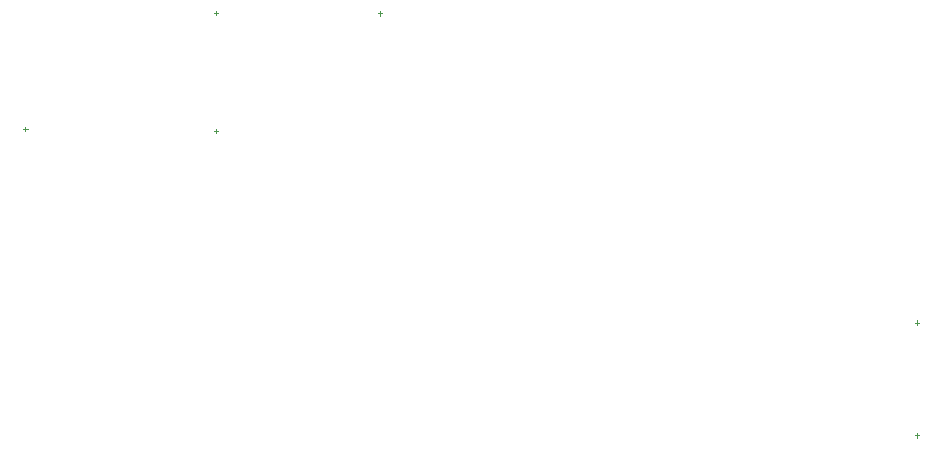
<source format=gm1>
G04 Layer_Color=16711935*
%FSTAX24Y24*%
%MOIN*%
G70*
G01*
G75*
%ADD41C,0.0039*%
D41*
X032372Y029272D02*
Y029429D01*
X032293Y02935D02*
X03245D01*
X002575Y035797D02*
X002733D01*
X002654Y035719D02*
Y035876D01*
X008927Y035738D02*
X009085D01*
X009006Y035659D02*
Y035817D01*
X008927Y039665D02*
X009085D01*
X009006Y039587D02*
Y039744D01*
X0144Y039656D02*
X014557D01*
X014478Y039577D02*
Y039734D01*
X032372Y025512D02*
Y025669D01*
X032293Y025591D02*
X03245D01*
M02*

</source>
